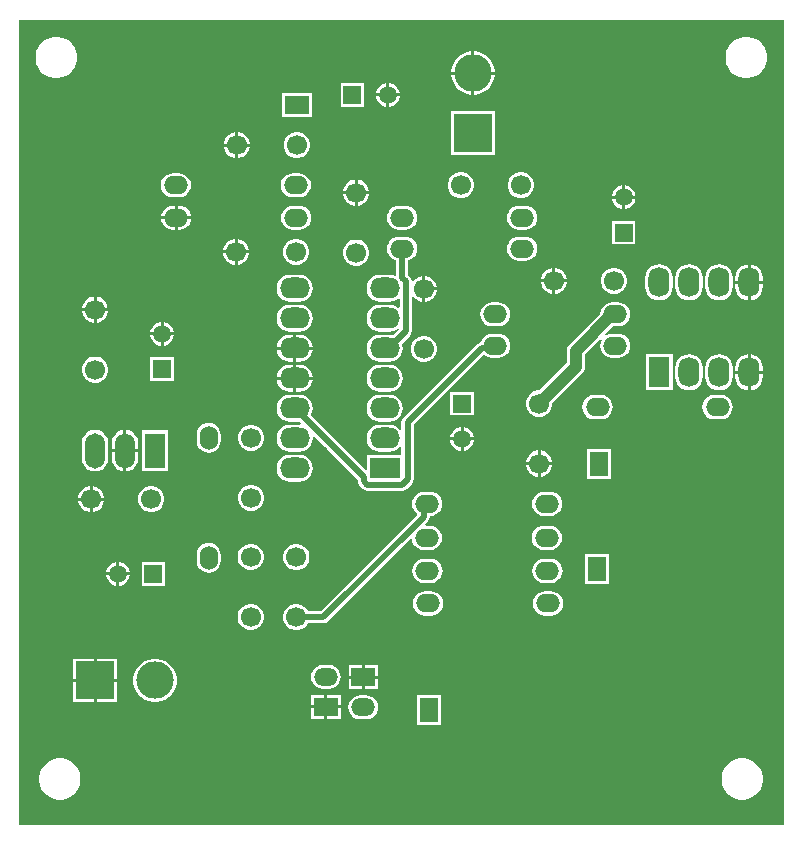
<source format=gbl>
G04*
G04 #@! TF.GenerationSoftware,Altium Limited,Altium Designer,22.3.1 (43)*
G04*
G04 Layer_Physical_Order=2*
G04 Layer_Color=16711680*
%FSLAX25Y25*%
%MOIN*%
G70*
G04*
G04 #@! TF.SameCoordinates,A2C1995B-5DD9-4A06-98F6-E9D1FCF5F817*
G04*
G04*
G04 #@! TF.FilePolarity,Positive*
G04*
G01*
G75*
%ADD34C,0.02000*%
%ADD35C,0.03937*%
%ADD36R,0.05906X0.07874*%
%ADD37O,0.07874X0.05906*%
%ADD38R,0.07874X0.05906*%
%ADD39R,0.05906X0.05906*%
%ADD40C,0.05906*%
%ADD41O,0.08000X0.06000*%
%ADD42C,0.06693*%
%ADD43C,0.12500*%
%ADD44R,0.12500X0.12500*%
%ADD45R,0.12500X0.12500*%
%ADD46R,0.05906X0.05906*%
%ADD47R,0.06693X0.11811*%
%ADD48O,0.06693X0.11811*%
%ADD49O,0.07000X0.10000*%
%ADD50R,0.07000X0.10000*%
%ADD51O,0.10000X0.07000*%
%ADD52R,0.10000X0.07000*%
%ADD53O,0.06000X0.08000*%
%ADD54C,0.03150*%
G36*
X350000Y174213D02*
X95079D01*
Y442500D01*
X350000D01*
Y174213D01*
D02*
G37*
%LPC*%
G36*
X247072Y432073D02*
X246858D01*
Y425323D01*
X253608D01*
Y425537D01*
X253330Y426938D01*
X252783Y428257D01*
X251990Y429444D01*
X250980Y430454D01*
X249792Y431248D01*
X248473Y431794D01*
X247072Y432073D01*
D02*
G37*
G36*
X245858D02*
X245644D01*
X244244Y431794D01*
X242924Y431248D01*
X241737Y430454D01*
X240727Y429444D01*
X239933Y428257D01*
X239387Y426938D01*
X239108Y425537D01*
Y425323D01*
X245858D01*
Y432073D01*
D02*
G37*
G36*
X338180Y436905D02*
X336820D01*
X335486Y436640D01*
X334229Y436120D01*
X333098Y435364D01*
X332136Y434402D01*
X331380Y433271D01*
X330860Y432014D01*
X330594Y430680D01*
Y429320D01*
X330860Y427986D01*
X331380Y426729D01*
X332136Y425598D01*
X333098Y424636D01*
X334229Y423880D01*
X335486Y423360D01*
X336820Y423095D01*
X338180D01*
X339514Y423360D01*
X340771Y423880D01*
X341902Y424636D01*
X342864Y425598D01*
X343620Y426729D01*
X344140Y427986D01*
X344406Y429320D01*
Y430680D01*
X344140Y432014D01*
X343620Y433271D01*
X342864Y434402D01*
X341902Y435364D01*
X340771Y436120D01*
X339514Y436640D01*
X338180Y436905D01*
D02*
G37*
G36*
X108180D02*
X106820D01*
X105486Y436640D01*
X104229Y436120D01*
X103098Y435364D01*
X102136Y434402D01*
X101380Y433271D01*
X100860Y432014D01*
X100594Y430680D01*
Y429320D01*
X100860Y427986D01*
X101380Y426729D01*
X102136Y425598D01*
X103098Y424636D01*
X104229Y423880D01*
X105486Y423360D01*
X106820Y423095D01*
X108180D01*
X109514Y423360D01*
X110771Y423880D01*
X111902Y424636D01*
X112864Y425598D01*
X113620Y426729D01*
X114140Y427986D01*
X114406Y429320D01*
Y430680D01*
X114140Y432014D01*
X113620Y433271D01*
X112864Y434402D01*
X111902Y435364D01*
X110771Y436120D01*
X109514Y436640D01*
X108180Y436905D01*
D02*
G37*
G36*
X218532Y421472D02*
X218512D01*
Y418020D01*
X221965D01*
Y418040D01*
X221695Y419045D01*
X221175Y419947D01*
X220439Y420683D01*
X219537Y421203D01*
X218532Y421472D01*
D02*
G37*
G36*
X217512D02*
X217491D01*
X216486Y421203D01*
X215585Y420683D01*
X214849Y419947D01*
X214328Y419045D01*
X214059Y418040D01*
Y418020D01*
X217512D01*
Y421472D01*
D02*
G37*
G36*
X253608Y424323D02*
X246858D01*
Y417573D01*
X247072D01*
X248473Y417851D01*
X249792Y418398D01*
X250980Y419191D01*
X251990Y420201D01*
X252783Y421389D01*
X253330Y422708D01*
X253608Y424109D01*
Y424323D01*
D02*
G37*
G36*
X245858D02*
X239108D01*
Y424109D01*
X239387Y422708D01*
X239933Y421389D01*
X240727Y420201D01*
X241737Y419191D01*
X242924Y418398D01*
X244244Y417851D01*
X245644Y417573D01*
X245858D01*
Y424323D01*
D02*
G37*
G36*
X221965Y417020D02*
X218512D01*
Y413567D01*
X218532D01*
X219537Y413836D01*
X220439Y414357D01*
X221175Y415093D01*
X221695Y415994D01*
X221965Y416999D01*
Y417020D01*
D02*
G37*
G36*
X217512D02*
X214059D01*
Y416999D01*
X214328Y415994D01*
X214849Y415093D01*
X215585Y414357D01*
X216486Y413836D01*
X217491Y413567D01*
X217512D01*
Y417020D01*
D02*
G37*
G36*
X210154Y421472D02*
X202248D01*
Y413567D01*
X210154D01*
Y421472D01*
D02*
G37*
G36*
X192634Y418027D02*
X182760D01*
Y410122D01*
X192634D01*
Y418027D01*
D02*
G37*
G36*
X168171Y405134D02*
X168098D01*
Y401287D01*
X171945D01*
Y401360D01*
X171649Y402465D01*
X171077Y403456D01*
X170267Y404265D01*
X169276Y404838D01*
X168171Y405134D01*
D02*
G37*
G36*
X167098D02*
X167026D01*
X165921Y404838D01*
X164930Y404265D01*
X164120Y403456D01*
X163548Y402465D01*
X163252Y401360D01*
Y401287D01*
X167098D01*
Y405134D01*
D02*
G37*
G36*
X253608Y412073D02*
X239108D01*
Y397573D01*
X253608D01*
Y412073D01*
D02*
G37*
G36*
X188171Y405134D02*
X187026D01*
X185921Y404838D01*
X184930Y404265D01*
X184120Y403456D01*
X183548Y402465D01*
X183252Y401360D01*
Y400215D01*
X183548Y399110D01*
X184120Y398119D01*
X184930Y397309D01*
X185921Y396737D01*
X187026Y396441D01*
X188171D01*
X189276Y396737D01*
X190267Y397309D01*
X191077Y398119D01*
X191649Y399110D01*
X191945Y400215D01*
Y401360D01*
X191649Y402465D01*
X191077Y403456D01*
X190267Y404265D01*
X189276Y404838D01*
X188171Y405134D01*
D02*
G37*
G36*
X171945Y400287D02*
X168098D01*
Y396441D01*
X168171D01*
X169276Y396737D01*
X170267Y397309D01*
X171077Y398119D01*
X171649Y399110D01*
X171945Y400215D01*
Y400287D01*
D02*
G37*
G36*
X167098D02*
X163252D01*
Y400215D01*
X163548Y399110D01*
X164120Y398119D01*
X164930Y397309D01*
X165921Y396737D01*
X167026Y396441D01*
X167098D01*
Y400287D01*
D02*
G37*
G36*
X208052Y389307D02*
X207980D01*
Y385461D01*
X211827D01*
Y385533D01*
X211531Y386638D01*
X210958Y387629D01*
X210149Y388439D01*
X209158Y389011D01*
X208052Y389307D01*
D02*
G37*
G36*
X206980D02*
X206908D01*
X205803Y389011D01*
X204812Y388439D01*
X204002Y387629D01*
X203430Y386638D01*
X203134Y385533D01*
Y385461D01*
X206980D01*
Y389307D01*
D02*
G37*
G36*
X297076Y387417D02*
X297055D01*
Y383965D01*
X300508D01*
Y383985D01*
X300238Y384990D01*
X299718Y385892D01*
X298982Y386628D01*
X298081Y387148D01*
X297076Y387417D01*
D02*
G37*
G36*
X296055D02*
X296035D01*
X295029Y387148D01*
X294128Y386628D01*
X293392Y385892D01*
X292872Y384990D01*
X292602Y383985D01*
Y383965D01*
X296055D01*
Y387417D01*
D02*
G37*
G36*
X188323Y391436D02*
X186323D01*
X185279Y391299D01*
X184306Y390896D01*
X183470Y390254D01*
X182829Y389419D01*
X182426Y388446D01*
X182288Y387402D01*
X182426Y386357D01*
X182829Y385384D01*
X183470Y384549D01*
X184306Y383908D01*
X185279Y383505D01*
X186323Y383367D01*
X188323D01*
X189367Y383505D01*
X190340Y383908D01*
X191176Y384549D01*
X191817Y385384D01*
X192220Y386357D01*
X192357Y387402D01*
X192220Y388446D01*
X191817Y389419D01*
X191176Y390254D01*
X190340Y390896D01*
X189367Y391299D01*
X188323Y391436D01*
D02*
G37*
G36*
X148323D02*
X146323D01*
X145279Y391299D01*
X144306Y390896D01*
X143470Y390254D01*
X142829Y389419D01*
X142426Y388446D01*
X142288Y387402D01*
X142426Y386357D01*
X142829Y385384D01*
X143470Y384549D01*
X144306Y383908D01*
X145279Y383505D01*
X146323Y383367D01*
X148323D01*
X149367Y383505D01*
X150340Y383908D01*
X151176Y384549D01*
X151817Y385384D01*
X152220Y386357D01*
X152357Y387402D01*
X152220Y388446D01*
X151817Y389419D01*
X151176Y390254D01*
X150340Y390896D01*
X149367Y391299D01*
X148323Y391436D01*
D02*
G37*
G36*
X262895Y391748D02*
X261751D01*
X260645Y391452D01*
X259654Y390880D01*
X258845Y390070D01*
X258273Y389079D01*
X257976Y387974D01*
Y386829D01*
X258273Y385724D01*
X258845Y384733D01*
X259654Y383924D01*
X260645Y383351D01*
X261751Y383055D01*
X262895D01*
X264001Y383351D01*
X264992Y383924D01*
X265801Y384733D01*
X266373Y385724D01*
X266669Y386829D01*
Y387974D01*
X266373Y389079D01*
X265801Y390070D01*
X264992Y390880D01*
X264001Y391452D01*
X262895Y391748D01*
D02*
G37*
G36*
X242895D02*
X241751D01*
X240645Y391452D01*
X239654Y390880D01*
X238845Y390070D01*
X238273Y389079D01*
X237976Y387974D01*
Y386829D01*
X238273Y385724D01*
X238845Y384733D01*
X239654Y383924D01*
X240645Y383351D01*
X241751Y383055D01*
X242895D01*
X244001Y383351D01*
X244992Y383924D01*
X245801Y384733D01*
X246373Y385724D01*
X246669Y386829D01*
Y387974D01*
X246373Y389079D01*
X245801Y390070D01*
X244992Y390880D01*
X244001Y391452D01*
X242895Y391748D01*
D02*
G37*
G36*
X211827Y384461D02*
X207980D01*
Y380614D01*
X208052D01*
X209158Y380910D01*
X210149Y381483D01*
X210958Y382292D01*
X211531Y383283D01*
X211827Y384388D01*
Y384461D01*
D02*
G37*
G36*
X206980D02*
X203134D01*
Y384388D01*
X203430Y383283D01*
X204002Y382292D01*
X204812Y381483D01*
X205803Y380910D01*
X206908Y380614D01*
X206980D01*
Y384461D01*
D02*
G37*
G36*
X300508Y382965D02*
X297055D01*
Y379512D01*
X297076D01*
X298081Y379781D01*
X298982Y380302D01*
X299718Y381037D01*
X300238Y381939D01*
X300508Y382944D01*
Y382965D01*
D02*
G37*
G36*
X296055D02*
X292602D01*
Y382944D01*
X292872Y381939D01*
X293392Y381037D01*
X294128Y380302D01*
X295029Y379781D01*
X296035Y379512D01*
X296055D01*
Y382965D01*
D02*
G37*
G36*
X148405Y380648D02*
X147905D01*
Y377114D01*
X152373D01*
X152302Y377658D01*
X151899Y378631D01*
X151257Y379466D01*
X150422Y380108D01*
X149449Y380511D01*
X148405Y380648D01*
D02*
G37*
G36*
X146905D02*
X146405D01*
X145360Y380511D01*
X144387Y380108D01*
X143552Y379466D01*
X142911Y378631D01*
X142508Y377658D01*
X142436Y377114D01*
X146905D01*
Y380648D01*
D02*
G37*
G36*
X188405D02*
X186405D01*
X185360Y380511D01*
X184387Y380108D01*
X183552Y379466D01*
X182911Y378631D01*
X182508Y377658D01*
X182370Y376614D01*
X182508Y375569D01*
X182911Y374596D01*
X183552Y373761D01*
X184387Y373120D01*
X185360Y372716D01*
X186405Y372579D01*
X188405D01*
X189449Y372716D01*
X190422Y373120D01*
X191257Y373761D01*
X191899Y374596D01*
X192302Y375569D01*
X192439Y376614D01*
X192302Y377658D01*
X191899Y378631D01*
X191257Y379466D01*
X190422Y380108D01*
X189449Y380511D01*
X188405Y380648D01*
D02*
G37*
G36*
X152373Y376114D02*
X147905D01*
Y372579D01*
X148405D01*
X149449Y372716D01*
X150422Y373120D01*
X151257Y373761D01*
X151899Y374596D01*
X152302Y375569D01*
X152373Y376114D01*
D02*
G37*
G36*
X146905D02*
X142436D01*
X142508Y375569D01*
X142911Y374596D01*
X143552Y373761D01*
X144387Y373120D01*
X145360Y372716D01*
X146405Y372579D01*
X146905D01*
Y376114D01*
D02*
G37*
G36*
X263717Y380609D02*
X261717D01*
X260672Y380472D01*
X259699Y380069D01*
X258864Y379428D01*
X258223Y378592D01*
X257820Y377619D01*
X257682Y376575D01*
X257820Y375531D01*
X258223Y374557D01*
X258864Y373722D01*
X259699Y373081D01*
X260672Y372678D01*
X261717Y372540D01*
X263717D01*
X264761Y372678D01*
X265734Y373081D01*
X266569Y373722D01*
X267211Y374557D01*
X267614Y375531D01*
X267751Y376575D01*
X267614Y377619D01*
X267211Y378592D01*
X266569Y379428D01*
X265734Y380069D01*
X264761Y380472D01*
X263717Y380609D01*
D02*
G37*
G36*
X223716D02*
X221716D01*
X220672Y380472D01*
X219699Y380069D01*
X218864Y379428D01*
X218222Y378592D01*
X217819Y377619D01*
X217682Y376575D01*
X217819Y375531D01*
X218222Y374557D01*
X218864Y373722D01*
X219699Y373081D01*
X220672Y372678D01*
X221716Y372540D01*
X223716D01*
X224761Y372678D01*
X225734Y373081D01*
X226569Y373722D01*
X227210Y374557D01*
X227614Y375531D01*
X227751Y376575D01*
X227614Y377619D01*
X227210Y378592D01*
X226569Y379428D01*
X225734Y380069D01*
X224761Y380472D01*
X223716Y380609D01*
D02*
G37*
G36*
X300508Y375606D02*
X292602D01*
Y367701D01*
X300508D01*
Y375606D01*
D02*
G37*
G36*
X167970Y369545D02*
X167898D01*
Y365698D01*
X171744D01*
Y365771D01*
X171448Y366876D01*
X170876Y367867D01*
X170067Y368676D01*
X169076Y369249D01*
X167970Y369545D01*
D02*
G37*
G36*
X166898D02*
X166826D01*
X165720Y369249D01*
X164729Y368676D01*
X163920Y367867D01*
X163348Y366876D01*
X163051Y365771D01*
Y365698D01*
X166898D01*
Y369545D01*
D02*
G37*
G36*
X263723Y370327D02*
X261723D01*
X260679Y370189D01*
X259706Y369786D01*
X258870Y369145D01*
X258229Y368310D01*
X257826Y367337D01*
X257689Y366292D01*
X257826Y365248D01*
X258229Y364275D01*
X258870Y363440D01*
X259706Y362798D01*
X260679Y362395D01*
X261723Y362258D01*
X263723D01*
X264767Y362395D01*
X265740Y362798D01*
X266576Y363440D01*
X267217Y364275D01*
X267620Y365248D01*
X267758Y366292D01*
X267620Y367337D01*
X267217Y368310D01*
X266576Y369145D01*
X265740Y369786D01*
X264767Y370189D01*
X263723Y370327D01*
D02*
G37*
G36*
X187970Y369545D02*
X186826D01*
X185720Y369249D01*
X184729Y368676D01*
X183920Y367867D01*
X183348Y366876D01*
X183051Y365771D01*
Y364626D01*
X183348Y363521D01*
X183920Y362530D01*
X184729Y361720D01*
X185720Y361148D01*
X186826Y360852D01*
X187970D01*
X189076Y361148D01*
X190067Y361720D01*
X190876Y362530D01*
X191448Y363521D01*
X191744Y364626D01*
Y365771D01*
X191448Y366876D01*
X190876Y367867D01*
X190067Y368676D01*
X189076Y369249D01*
X187970Y369545D01*
D02*
G37*
G36*
X171744Y364698D02*
X167898D01*
Y360852D01*
X167970D01*
X169076Y361148D01*
X170067Y361720D01*
X170876Y362530D01*
X171448Y363521D01*
X171744Y364626D01*
Y364698D01*
D02*
G37*
G36*
X166898D02*
X163051D01*
Y364626D01*
X163348Y363521D01*
X163920Y362530D01*
X164729Y361720D01*
X165720Y361148D01*
X166826Y360852D01*
X166898D01*
Y364698D01*
D02*
G37*
G36*
X208052Y369307D02*
X206908D01*
X205803Y369011D01*
X204812Y368439D01*
X204002Y367629D01*
X203430Y366638D01*
X203134Y365533D01*
Y364388D01*
X203430Y363283D01*
X204002Y362292D01*
X204812Y361483D01*
X205803Y360910D01*
X206908Y360614D01*
X208052D01*
X209158Y360910D01*
X210149Y361483D01*
X210958Y362292D01*
X211531Y363283D01*
X211827Y364388D01*
Y365533D01*
X211531Y366638D01*
X210958Y367629D01*
X210149Y368439D01*
X209158Y369011D01*
X208052Y369307D01*
D02*
G37*
G36*
X223723Y370327D02*
X221723D01*
X220679Y370189D01*
X219706Y369786D01*
X218870Y369145D01*
X218229Y368310D01*
X217826Y367337D01*
X217689Y366292D01*
X217826Y365248D01*
X218229Y364275D01*
X218870Y363440D01*
X219706Y362798D01*
X220679Y362395D01*
X220776Y362383D01*
Y357562D01*
X220276Y357227D01*
X219612Y357502D01*
X218438Y357657D01*
X215438D01*
X214263Y357502D01*
X213168Y357049D01*
X212228Y356328D01*
X211507Y355387D01*
X211053Y354293D01*
X210899Y353118D01*
X211053Y351943D01*
X211507Y350849D01*
X212228Y349909D01*
X213168Y349187D01*
X214263Y348734D01*
X215438Y348579D01*
X218438D01*
X219612Y348734D01*
X220707Y349187D01*
X221398Y349718D01*
X221898Y349471D01*
Y346765D01*
X221398Y346518D01*
X220707Y347049D01*
X219612Y347502D01*
X218438Y347657D01*
X215438D01*
X214263Y347502D01*
X213168Y347049D01*
X212228Y346328D01*
X211507Y345388D01*
X211053Y344293D01*
X210899Y343118D01*
X211053Y341943D01*
X211507Y340849D01*
X212228Y339909D01*
X213168Y339187D01*
X214263Y338734D01*
X215438Y338579D01*
X218438D01*
X219612Y338734D01*
X220707Y339187D01*
X221363Y339691D01*
X221694Y339314D01*
X219803Y337423D01*
X219612Y337502D01*
X218438Y337657D01*
X215438D01*
X214263Y337502D01*
X213168Y337049D01*
X212228Y336328D01*
X211507Y335387D01*
X211053Y334293D01*
X210899Y333118D01*
X211053Y331943D01*
X211507Y330849D01*
X212228Y329909D01*
X213168Y329187D01*
X214263Y328734D01*
X215438Y328579D01*
X218438D01*
X219612Y328734D01*
X220707Y329187D01*
X221647Y329909D01*
X222368Y330849D01*
X222822Y331943D01*
X222976Y333118D01*
X222822Y334293D01*
X222710Y334563D01*
X225379Y337232D01*
X225821Y337894D01*
X225977Y338674D01*
Y350061D01*
X226231Y350129D01*
X226477Y350152D01*
X227253Y349376D01*
X228244Y348804D01*
X229349Y348508D01*
X229421D01*
Y352854D01*
Y357201D01*
X229349D01*
X228244Y356905D01*
X227253Y356332D01*
X226458Y355538D01*
X226374Y355538D01*
X225930Y355633D01*
X225821Y356177D01*
X225379Y356838D01*
X225379Y356838D01*
X224854Y357364D01*
Y362431D01*
X225740Y362798D01*
X226576Y363440D01*
X227217Y364275D01*
X227620Y365248D01*
X227758Y366292D01*
X227620Y367337D01*
X227217Y368310D01*
X226576Y369145D01*
X225740Y369786D01*
X224767Y370189D01*
X223723Y370327D01*
D02*
G37*
G36*
X273899Y359957D02*
X273827D01*
Y356110D01*
X277673D01*
Y356183D01*
X277377Y357288D01*
X276805Y358279D01*
X275996Y359088D01*
X275004Y359661D01*
X273899Y359957D01*
D02*
G37*
G36*
X272827D02*
X272755D01*
X271649Y359661D01*
X270658Y359088D01*
X269849Y358279D01*
X269276Y357288D01*
X268980Y356183D01*
Y356110D01*
X272827D01*
Y359957D01*
D02*
G37*
G36*
X338906Y361071D02*
Y355598D01*
X342944D01*
Y356598D01*
X342790Y357773D01*
X342336Y358868D01*
X341615Y359808D01*
X340675Y360529D01*
X339580Y360983D01*
X338906Y361071D01*
D02*
G37*
G36*
X337906Y361071D02*
X337231Y360983D01*
X336136Y360529D01*
X335196Y359808D01*
X334475Y358868D01*
X334021Y357773D01*
X333867Y356598D01*
Y355598D01*
X337906D01*
Y361071D01*
D02*
G37*
G36*
X230493Y357201D02*
X230421D01*
Y353354D01*
X234268D01*
Y353427D01*
X233972Y354532D01*
X233399Y355523D01*
X232590Y356332D01*
X231599Y356905D01*
X230493Y357201D01*
D02*
G37*
G36*
X293899Y359957D02*
X292755D01*
X291649Y359661D01*
X290658Y359088D01*
X289849Y358279D01*
X289277Y357288D01*
X288980Y356183D01*
Y355038D01*
X289277Y353933D01*
X289849Y352941D01*
X290658Y352132D01*
X291649Y351560D01*
X292755Y351264D01*
X293899D01*
X295004Y351560D01*
X295996Y352132D01*
X296805Y352941D01*
X297377Y353933D01*
X297673Y355038D01*
Y356183D01*
X297377Y357288D01*
X296805Y358279D01*
X295996Y359088D01*
X295004Y359661D01*
X293899Y359957D01*
D02*
G37*
G36*
X277673Y355110D02*
X273827D01*
Y351264D01*
X273899D01*
X275004Y351560D01*
X275996Y352132D01*
X276805Y352941D01*
X277377Y353933D01*
X277673Y355038D01*
Y355110D01*
D02*
G37*
G36*
X272827D02*
X268980D01*
Y355038D01*
X269276Y353933D01*
X269849Y352941D01*
X270658Y352132D01*
X271649Y351560D01*
X272755Y351264D01*
X272827D01*
Y355110D01*
D02*
G37*
G36*
X342944Y354598D02*
X338906D01*
Y349125D01*
X339580Y349214D01*
X340675Y349668D01*
X341615Y350389D01*
X342336Y351329D01*
X342790Y352424D01*
X342944Y353598D01*
Y354598D01*
D02*
G37*
G36*
X337906D02*
X333867D01*
Y353598D01*
X334021Y352424D01*
X334475Y351329D01*
X335196Y350389D01*
X336136Y349668D01*
X337231Y349214D01*
X337906Y349125D01*
Y354598D01*
D02*
G37*
G36*
X328405Y361137D02*
X327231Y360983D01*
X326136Y360529D01*
X325196Y359808D01*
X324475Y358868D01*
X324021Y357773D01*
X323867Y356598D01*
Y353598D01*
X324021Y352424D01*
X324475Y351329D01*
X325196Y350389D01*
X326136Y349668D01*
X327231Y349214D01*
X328405Y349060D01*
X329580Y349214D01*
X330675Y349668D01*
X331615Y350389D01*
X332336Y351329D01*
X332790Y352424D01*
X332944Y353598D01*
Y356598D01*
X332790Y357773D01*
X332336Y358868D01*
X331615Y359808D01*
X330675Y360529D01*
X329580Y360983D01*
X328405Y361137D01*
D02*
G37*
G36*
X318406D02*
X317231Y360983D01*
X316136Y360529D01*
X315196Y359808D01*
X314475Y358868D01*
X314021Y357773D01*
X313867Y356598D01*
Y353598D01*
X314021Y352424D01*
X314475Y351329D01*
X315196Y350389D01*
X316136Y349668D01*
X317231Y349214D01*
X318406Y349060D01*
X319580Y349214D01*
X320675Y349668D01*
X321615Y350389D01*
X322336Y351329D01*
X322790Y352424D01*
X322944Y353598D01*
Y356598D01*
X322790Y357773D01*
X322336Y358868D01*
X321615Y359808D01*
X320675Y360529D01*
X319580Y360983D01*
X318406Y361137D01*
D02*
G37*
G36*
X308405D02*
X307231Y360983D01*
X306136Y360529D01*
X305196Y359808D01*
X304475Y358868D01*
X304021Y357773D01*
X303867Y356598D01*
Y353598D01*
X304021Y352424D01*
X304475Y351329D01*
X305196Y350389D01*
X306136Y349668D01*
X307231Y349214D01*
X308405Y349060D01*
X309580Y349214D01*
X310675Y349668D01*
X311615Y350389D01*
X312336Y351329D01*
X312790Y352424D01*
X312944Y353598D01*
Y356598D01*
X312790Y357773D01*
X312336Y358868D01*
X311615Y359808D01*
X310675Y360529D01*
X309580Y360983D01*
X308405Y361137D01*
D02*
G37*
G36*
X188438Y357657D02*
X185438D01*
X184263Y357502D01*
X183168Y357049D01*
X182228Y356328D01*
X181507Y355387D01*
X181053Y354293D01*
X180899Y353118D01*
X181053Y351943D01*
X181507Y350849D01*
X182228Y349909D01*
X183168Y349187D01*
X184263Y348734D01*
X185438Y348579D01*
X188438D01*
X189612Y348734D01*
X190707Y349187D01*
X191647Y349909D01*
X192368Y350849D01*
X192822Y351943D01*
X192976Y353118D01*
X192822Y354293D01*
X192368Y355387D01*
X191647Y356328D01*
X190707Y357049D01*
X189612Y357502D01*
X188438Y357657D01*
D02*
G37*
G36*
X234268Y352354D02*
X230421D01*
Y348508D01*
X230493D01*
X231599Y348804D01*
X232590Y349376D01*
X233399Y350185D01*
X233972Y351177D01*
X234268Y352282D01*
Y352354D01*
D02*
G37*
G36*
X121045Y350311D02*
X120972D01*
Y346465D01*
X124819D01*
Y346537D01*
X124523Y347642D01*
X123951Y348633D01*
X123141Y349443D01*
X122150Y350015D01*
X121045Y350311D01*
D02*
G37*
G36*
X119972D02*
X119900D01*
X118795Y350015D01*
X117804Y349443D01*
X116994Y348633D01*
X116422Y347642D01*
X116126Y346537D01*
Y346465D01*
X119972D01*
Y350311D01*
D02*
G37*
G36*
X124819Y345465D02*
X120972D01*
Y341618D01*
X121045D01*
X122150Y341914D01*
X123141Y342487D01*
X123951Y343296D01*
X124523Y344287D01*
X124819Y345392D01*
Y345465D01*
D02*
G37*
G36*
X119972D02*
X116126D01*
Y345392D01*
X116422Y344287D01*
X116994Y343296D01*
X117804Y342487D01*
X118795Y341914D01*
X119900Y341618D01*
X119972D01*
Y345465D01*
D02*
G37*
G36*
X254819Y348424D02*
X252819D01*
X251775Y348287D01*
X250802Y347884D01*
X249966Y347243D01*
X249325Y346407D01*
X248922Y345434D01*
X248784Y344390D01*
X248922Y343346D01*
X249325Y342372D01*
X249966Y341537D01*
X250802Y340896D01*
X251775Y340493D01*
X252819Y340355D01*
X254819D01*
X255863Y340493D01*
X256836Y340896D01*
X257672Y341537D01*
X258313Y342372D01*
X258716Y343346D01*
X258853Y344390D01*
X258716Y345434D01*
X258313Y346407D01*
X257672Y347243D01*
X256836Y347884D01*
X255863Y348287D01*
X254819Y348424D01*
D02*
G37*
G36*
X188438Y347657D02*
X185438D01*
X184263Y347502D01*
X183168Y347049D01*
X182228Y346328D01*
X181507Y345388D01*
X181053Y344293D01*
X180899Y343118D01*
X181053Y341943D01*
X181507Y340849D01*
X182228Y339909D01*
X183168Y339187D01*
X184263Y338734D01*
X185438Y338579D01*
X188438D01*
X189612Y338734D01*
X190707Y339187D01*
X191647Y339909D01*
X192368Y340849D01*
X192822Y341943D01*
X192976Y343118D01*
X192822Y344293D01*
X192368Y345388D01*
X191647Y346328D01*
X190707Y347049D01*
X189612Y347502D01*
X188438Y347657D01*
D02*
G37*
G36*
X143237Y341846D02*
X143217D01*
Y338394D01*
X146669D01*
Y338414D01*
X146400Y339419D01*
X145879Y340321D01*
X145144Y341057D01*
X144242Y341577D01*
X143237Y341846D01*
D02*
G37*
G36*
X142217D02*
X142196D01*
X141191Y341577D01*
X140289Y341057D01*
X139553Y340321D01*
X139033Y339419D01*
X138764Y338414D01*
Y338394D01*
X142217D01*
Y341846D01*
D02*
G37*
G36*
X146669Y337394D02*
X143217D01*
Y333941D01*
X143237D01*
X144242Y334210D01*
X145144Y334731D01*
X145879Y335467D01*
X146400Y336368D01*
X146669Y337373D01*
Y337394D01*
D02*
G37*
G36*
X142217D02*
X138764D01*
Y337373D01*
X139033Y336368D01*
X139553Y335467D01*
X140289Y334731D01*
X141191Y334210D01*
X142196Y333941D01*
X142217D01*
Y337394D01*
D02*
G37*
G36*
X188438Y337657D02*
X187438D01*
Y333618D01*
X192911D01*
X192822Y334293D01*
X192368Y335387D01*
X191647Y336328D01*
X190707Y337049D01*
X189612Y337502D01*
X188438Y337657D01*
D02*
G37*
G36*
X186438D02*
X185438D01*
X184263Y337502D01*
X183168Y337049D01*
X182228Y336328D01*
X181507Y335387D01*
X181053Y334293D01*
X180965Y333618D01*
X186438D01*
Y337657D01*
D02*
G37*
G36*
X294819Y348424D02*
X292819D01*
X291775Y348287D01*
X290802Y347884D01*
X289966Y347243D01*
X289325Y346407D01*
X288922Y345434D01*
X288815Y344620D01*
X278561Y334366D01*
X278085Y333746D01*
X277786Y333024D01*
X277684Y332249D01*
Y328179D01*
X268518Y319012D01*
X267833D01*
X266728Y318716D01*
X265737Y318143D01*
X264928Y317334D01*
X264355Y316343D01*
X264059Y315238D01*
Y314093D01*
X264355Y312988D01*
X264928Y311997D01*
X265737Y311187D01*
X266728Y310615D01*
X267833Y310319D01*
X268978D01*
X270083Y310615D01*
X271074Y311187D01*
X271884Y311997D01*
X272456Y312988D01*
X272752Y314093D01*
Y314777D01*
X282796Y324821D01*
X283272Y325441D01*
X283571Y326163D01*
X283673Y326938D01*
Y331009D01*
X288923Y336260D01*
X289325Y335974D01*
X288922Y335001D01*
X288784Y333957D01*
X288922Y332912D01*
X289325Y331939D01*
X289966Y331104D01*
X290802Y330463D01*
X291775Y330060D01*
X292819Y329922D01*
X294819D01*
X295863Y330060D01*
X296836Y330463D01*
X297672Y331104D01*
X298313Y331939D01*
X298716Y332912D01*
X298853Y333957D01*
X298716Y335001D01*
X298313Y335974D01*
X297672Y336809D01*
X296836Y337451D01*
X295863Y337854D01*
X294819Y337991D01*
X292819D01*
X291775Y337854D01*
X290802Y337451D01*
X290516Y337852D01*
X293019Y340355D01*
X294819D01*
X295863Y340493D01*
X296836Y340896D01*
X297672Y341537D01*
X298313Y342372D01*
X298716Y343346D01*
X298853Y344390D01*
X298716Y345434D01*
X298313Y346407D01*
X297672Y347243D01*
X296836Y347884D01*
X295863Y348287D01*
X294819Y348424D01*
D02*
G37*
G36*
X254819Y337991D02*
X252819D01*
X251775Y337854D01*
X250802Y337451D01*
X249966Y336809D01*
X249325Y335974D01*
X248989Y335162D01*
X248553Y335075D01*
X247891Y334633D01*
X247891Y334633D01*
X223133Y309875D01*
X222691Y309213D01*
X222536Y308433D01*
Y305991D01*
X222036Y305821D01*
X221647Y306328D01*
X220707Y307049D01*
X219612Y307502D01*
X218438Y307657D01*
X215438D01*
X214263Y307502D01*
X213168Y307049D01*
X212228Y306328D01*
X211507Y305387D01*
X211053Y304293D01*
X210899Y303118D01*
X211053Y301943D01*
X211507Y300849D01*
X212228Y299909D01*
X213168Y299187D01*
X214263Y298734D01*
X215438Y298579D01*
X218438D01*
X219612Y298734D01*
X220707Y299187D01*
X221647Y299909D01*
X222036Y300415D01*
X222536Y300245D01*
Y297618D01*
X210938D01*
Y292655D01*
X210476Y292464D01*
X192248Y310692D01*
X192368Y310849D01*
X192822Y311943D01*
X192976Y313118D01*
X192822Y314293D01*
X192368Y315388D01*
X191647Y316328D01*
X190707Y317049D01*
X189612Y317502D01*
X188438Y317657D01*
X185438D01*
X184263Y317502D01*
X183168Y317049D01*
X182228Y316328D01*
X181507Y315388D01*
X181053Y314293D01*
X180899Y313118D01*
X181053Y311943D01*
X181507Y310849D01*
X182228Y309909D01*
X183168Y309187D01*
X184263Y308734D01*
X185438Y308579D01*
X188438D01*
X188656Y308608D01*
X188842Y308330D01*
X189097Y308074D01*
X188864Y307601D01*
X188438Y307657D01*
X185438D01*
X184263Y307502D01*
X183168Y307049D01*
X182228Y306328D01*
X181507Y305387D01*
X181053Y304293D01*
X180899Y303118D01*
X181053Y301943D01*
X181507Y300849D01*
X182228Y299909D01*
X183168Y299187D01*
X184263Y298734D01*
X185438Y298579D01*
X188438D01*
X189612Y298734D01*
X190707Y299187D01*
X191647Y299909D01*
X192368Y300849D01*
X192822Y301943D01*
X192976Y303118D01*
X192920Y303544D01*
X193394Y303778D01*
X207898Y289274D01*
Y288790D01*
X208054Y288009D01*
X208496Y287348D01*
X209667Y286176D01*
X209667Y286176D01*
X210329Y285734D01*
X211109Y285579D01*
X222766D01*
X223546Y285734D01*
X224208Y286176D01*
X226017Y287985D01*
X226459Y288647D01*
X226614Y289427D01*
Y307588D01*
X250059Y331033D01*
X250802Y330463D01*
X251775Y330060D01*
X252819Y329922D01*
X254819D01*
X255863Y330060D01*
X256836Y330463D01*
X257672Y331104D01*
X258313Y331939D01*
X258716Y332912D01*
X258853Y333957D01*
X258716Y335001D01*
X258313Y335974D01*
X257672Y336809D01*
X256836Y337451D01*
X255863Y337854D01*
X254819Y337991D01*
D02*
G37*
G36*
X192911Y332618D02*
X187438D01*
Y328579D01*
X188438D01*
X189612Y328734D01*
X190707Y329187D01*
X191647Y329909D01*
X192368Y330849D01*
X192822Y331943D01*
X192911Y332618D01*
D02*
G37*
G36*
X186438D02*
X180965D01*
X181053Y331943D01*
X181507Y330849D01*
X182228Y329909D01*
X183168Y329187D01*
X184263Y328734D01*
X185438Y328579D01*
X186438D01*
Y332618D01*
D02*
G37*
G36*
X230493Y337201D02*
X229349D01*
X228244Y336905D01*
X227253Y336332D01*
X226443Y335523D01*
X225871Y334532D01*
X225575Y333426D01*
Y332282D01*
X225871Y331177D01*
X226443Y330186D01*
X227253Y329376D01*
X228244Y328804D01*
X229349Y328508D01*
X230493D01*
X231599Y328804D01*
X232590Y329376D01*
X233399Y330186D01*
X233972Y331177D01*
X234268Y332282D01*
Y333426D01*
X233972Y334532D01*
X233399Y335523D01*
X232590Y336332D01*
X231599Y336905D01*
X230493Y337201D01*
D02*
G37*
G36*
X338906Y331071D02*
Y325598D01*
X342944D01*
Y326598D01*
X342790Y327773D01*
X342336Y328868D01*
X341615Y329808D01*
X340675Y330529D01*
X339580Y330983D01*
X338906Y331071D01*
D02*
G37*
G36*
X337906Y331071D02*
X337231Y330983D01*
X336136Y330529D01*
X335196Y329808D01*
X334475Y328868D01*
X334021Y327773D01*
X333867Y326598D01*
Y325598D01*
X337906D01*
Y331071D01*
D02*
G37*
G36*
X188438Y327657D02*
X187438D01*
Y323618D01*
X192911D01*
X192822Y324293D01*
X192368Y325388D01*
X191647Y326328D01*
X190707Y327049D01*
X189612Y327502D01*
X188438Y327657D01*
D02*
G37*
G36*
X186438D02*
X185438D01*
X184263Y327502D01*
X183168Y327049D01*
X182228Y326328D01*
X181507Y325388D01*
X181053Y324293D01*
X180965Y323618D01*
X186438D01*
Y327657D01*
D02*
G37*
G36*
X146669Y330035D02*
X138764D01*
Y322130D01*
X146669D01*
Y330035D01*
D02*
G37*
G36*
X121045Y330311D02*
X119900D01*
X118795Y330015D01*
X117804Y329443D01*
X116994Y328633D01*
X116422Y327642D01*
X116126Y326537D01*
Y325392D01*
X116422Y324287D01*
X116994Y323296D01*
X117804Y322486D01*
X118795Y321914D01*
X119900Y321618D01*
X121045D01*
X122150Y321914D01*
X123141Y322486D01*
X123951Y323296D01*
X124523Y324287D01*
X124819Y325392D01*
Y326537D01*
X124523Y327642D01*
X123951Y328633D01*
X123141Y329443D01*
X122150Y330015D01*
X121045Y330311D01*
D02*
G37*
G36*
X342944Y324598D02*
X338906D01*
Y319125D01*
X339580Y319214D01*
X340675Y319668D01*
X341615Y320389D01*
X342336Y321329D01*
X342790Y322424D01*
X342944Y323598D01*
Y324598D01*
D02*
G37*
G36*
X337906D02*
X333867D01*
Y323598D01*
X334021Y322424D01*
X334475Y321329D01*
X335196Y320389D01*
X336136Y319668D01*
X337231Y319214D01*
X337906Y319125D01*
Y324598D01*
D02*
G37*
G36*
X312906Y331098D02*
X303906D01*
Y319098D01*
X312906D01*
Y331098D01*
D02*
G37*
G36*
X328405Y331137D02*
X327231Y330983D01*
X326136Y330529D01*
X325196Y329808D01*
X324475Y328868D01*
X324021Y327773D01*
X323867Y326598D01*
Y323598D01*
X324021Y322424D01*
X324475Y321329D01*
X325196Y320389D01*
X326136Y319668D01*
X327231Y319214D01*
X328405Y319060D01*
X329580Y319214D01*
X330675Y319668D01*
X331615Y320389D01*
X332336Y321329D01*
X332790Y322424D01*
X332944Y323598D01*
Y326598D01*
X332790Y327773D01*
X332336Y328868D01*
X331615Y329808D01*
X330675Y330529D01*
X329580Y330983D01*
X328405Y331137D01*
D02*
G37*
G36*
X318406D02*
X317231Y330983D01*
X316136Y330529D01*
X315196Y329808D01*
X314475Y328868D01*
X314021Y327773D01*
X313867Y326598D01*
Y323598D01*
X314021Y322424D01*
X314475Y321329D01*
X315196Y320389D01*
X316136Y319668D01*
X317231Y319214D01*
X318406Y319060D01*
X319580Y319214D01*
X320675Y319668D01*
X321615Y320389D01*
X322336Y321329D01*
X322790Y322424D01*
X322944Y323598D01*
Y326598D01*
X322790Y327773D01*
X322336Y328868D01*
X321615Y329808D01*
X320675Y330529D01*
X319580Y330983D01*
X318406Y331137D01*
D02*
G37*
G36*
X218438Y327657D02*
X215438D01*
X214263Y327502D01*
X213168Y327049D01*
X212228Y326328D01*
X211507Y325388D01*
X211053Y324293D01*
X210899Y323118D01*
X211053Y321943D01*
X211507Y320849D01*
X212228Y319909D01*
X213168Y319187D01*
X214263Y318734D01*
X215438Y318579D01*
X218438D01*
X219612Y318734D01*
X220707Y319187D01*
X221647Y319909D01*
X222368Y320849D01*
X222822Y321943D01*
X222976Y323118D01*
X222822Y324293D01*
X222368Y325388D01*
X221647Y326328D01*
X220707Y327049D01*
X219612Y327502D01*
X218438Y327657D01*
D02*
G37*
G36*
X192911Y322618D02*
X187438D01*
Y318579D01*
X188438D01*
X189612Y318734D01*
X190707Y319187D01*
X191647Y319909D01*
X192368Y320849D01*
X192822Y321943D01*
X192911Y322618D01*
D02*
G37*
G36*
X186438D02*
X180965D01*
X181053Y321943D01*
X181507Y320849D01*
X182228Y319909D01*
X183168Y319187D01*
X184263Y318734D01*
X185438Y318579D01*
X186438D01*
Y322618D01*
D02*
G37*
G36*
X246669Y318618D02*
X238764D01*
Y310713D01*
X246669D01*
Y318618D01*
D02*
G37*
G36*
X328874Y317519D02*
X326874D01*
X325830Y317381D01*
X324857Y316978D01*
X324021Y316337D01*
X323380Y315501D01*
X322977Y314528D01*
X322839Y313484D01*
X322977Y312440D01*
X323380Y311467D01*
X324021Y310631D01*
X324857Y309990D01*
X325830Y309587D01*
X326874Y309450D01*
X328874D01*
X329918Y309587D01*
X330891Y309990D01*
X331727Y310631D01*
X332368Y311467D01*
X332771Y312440D01*
X332909Y313484D01*
X332771Y314528D01*
X332368Y315501D01*
X331727Y316337D01*
X330891Y316978D01*
X329918Y317381D01*
X328874Y317519D01*
D02*
G37*
G36*
X288874D02*
X286874D01*
X285830Y317381D01*
X284857Y316978D01*
X284021Y316337D01*
X283380Y315501D01*
X282977Y314528D01*
X282839Y313484D01*
X282977Y312440D01*
X283380Y311467D01*
X284021Y310631D01*
X284857Y309990D01*
X285830Y309587D01*
X286874Y309450D01*
X288874D01*
X289918Y309587D01*
X290891Y309990D01*
X291727Y310631D01*
X292368Y311467D01*
X292771Y312440D01*
X292909Y313484D01*
X292771Y314528D01*
X292368Y315501D01*
X291727Y316337D01*
X290891Y316978D01*
X289918Y317381D01*
X288874Y317519D01*
D02*
G37*
G36*
X218438Y317657D02*
X215438D01*
X214263Y317502D01*
X213168Y317049D01*
X212228Y316328D01*
X211507Y315388D01*
X211053Y314293D01*
X210899Y313118D01*
X211053Y311943D01*
X211507Y310849D01*
X212228Y309909D01*
X213168Y309187D01*
X214263Y308734D01*
X215438Y308579D01*
X218438D01*
X219612Y308734D01*
X220707Y309187D01*
X221647Y309909D01*
X222368Y310849D01*
X222822Y311943D01*
X222976Y313118D01*
X222822Y314293D01*
X222368Y315388D01*
X221647Y316328D01*
X220707Y317049D01*
X219612Y317502D01*
X218438Y317657D01*
D02*
G37*
G36*
X243237Y306807D02*
X243217D01*
Y303354D01*
X246669D01*
Y303375D01*
X246400Y304380D01*
X245880Y305281D01*
X245144Y306017D01*
X244242Y306538D01*
X243237Y306807D01*
D02*
G37*
G36*
X242217D02*
X242196D01*
X241191Y306538D01*
X240289Y306017D01*
X239553Y305281D01*
X239033Y304380D01*
X238764Y303375D01*
Y303354D01*
X242217D01*
Y306807D01*
D02*
G37*
G36*
X130847Y305865D02*
Y299488D01*
X134730D01*
Y301547D01*
X134581Y302682D01*
X134143Y303739D01*
X133446Y304647D01*
X132538Y305344D01*
X131481Y305782D01*
X130847Y305865D01*
D02*
G37*
G36*
X129847D02*
X129212Y305782D01*
X128155Y305344D01*
X127246Y304647D01*
X126550Y303739D01*
X126112Y302682D01*
X125962Y301547D01*
Y299488D01*
X129847D01*
Y305865D01*
D02*
G37*
G36*
X246669Y302354D02*
X243217D01*
Y298902D01*
X243237D01*
X244242Y299171D01*
X245144Y299691D01*
X245880Y300427D01*
X246400Y301329D01*
X246669Y302334D01*
Y302354D01*
D02*
G37*
G36*
X242217D02*
X238764D01*
Y302334D01*
X239033Y301329D01*
X239553Y300427D01*
X240289Y299691D01*
X241191Y299171D01*
X242196Y298902D01*
X242217D01*
Y302354D01*
D02*
G37*
G36*
X173013Y307594D02*
X171869D01*
X170763Y307298D01*
X169772Y306726D01*
X168963Y305917D01*
X168391Y304926D01*
X168095Y303820D01*
Y302676D01*
X168391Y301570D01*
X168963Y300579D01*
X169772Y299770D01*
X170763Y299198D01*
X171869Y298902D01*
X173013D01*
X174119Y299198D01*
X175110Y299770D01*
X175919Y300579D01*
X176491Y301570D01*
X176787Y302676D01*
Y303820D01*
X176491Y304926D01*
X175919Y305917D01*
X175110Y306726D01*
X174119Y307298D01*
X173013Y307594D01*
D02*
G37*
G36*
X158268Y308302D02*
X157223Y308165D01*
X156251Y307762D01*
X155415Y307121D01*
X154774Y306285D01*
X154371Y305312D01*
X154233Y304268D01*
Y302268D01*
X154371Y301223D01*
X154774Y300251D01*
X155415Y299415D01*
X156251Y298774D01*
X157223Y298371D01*
X158268Y298233D01*
X159312Y298371D01*
X160285Y298774D01*
X161121Y299415D01*
X161762Y300251D01*
X162165Y301223D01*
X162302Y302268D01*
Y304268D01*
X162165Y305312D01*
X161762Y306285D01*
X161121Y307121D01*
X160285Y307762D01*
X159312Y308165D01*
X158268Y308302D01*
D02*
G37*
G36*
X268978Y299012D02*
X268905D01*
Y295165D01*
X272752D01*
Y295238D01*
X272456Y296343D01*
X271884Y297334D01*
X271074Y298143D01*
X270083Y298716D01*
X268978Y299012D01*
D02*
G37*
G36*
X267905D02*
X267833D01*
X266728Y298716D01*
X265737Y298143D01*
X264928Y297334D01*
X264355Y296343D01*
X264059Y295238D01*
Y295165D01*
X267905D01*
Y299012D01*
D02*
G37*
G36*
X134730Y298488D02*
X130847D01*
Y292111D01*
X131481Y292195D01*
X132538Y292633D01*
X133446Y293329D01*
X134143Y294237D01*
X134581Y295294D01*
X134730Y296429D01*
Y298488D01*
D02*
G37*
G36*
X129847D02*
X125962D01*
Y296429D01*
X126112Y295294D01*
X126550Y294237D01*
X127246Y293329D01*
X128155Y292633D01*
X129212Y292195D01*
X129847Y292111D01*
Y298488D01*
D02*
G37*
G36*
X144693Y305894D02*
X136000D01*
Y292083D01*
X144693D01*
Y305894D01*
D02*
G37*
G36*
X120346Y305931D02*
X119212Y305782D01*
X118155Y305344D01*
X117246Y304647D01*
X116550Y303739D01*
X116112Y302682D01*
X115963Y301547D01*
Y296429D01*
X116112Y295294D01*
X116550Y294237D01*
X117246Y293329D01*
X118155Y292633D01*
X119212Y292195D01*
X120346Y292045D01*
X121481Y292195D01*
X122538Y292633D01*
X123446Y293329D01*
X124143Y294237D01*
X124581Y295294D01*
X124730Y296429D01*
Y301547D01*
X124581Y302682D01*
X124143Y303739D01*
X123446Y304647D01*
X122538Y305344D01*
X121481Y305782D01*
X120346Y305931D01*
D02*
G37*
G36*
X272752Y294165D02*
X268905D01*
Y290319D01*
X268978D01*
X270083Y290615D01*
X271074Y291187D01*
X271884Y291997D01*
X272456Y292988D01*
X272752Y294093D01*
Y294165D01*
D02*
G37*
G36*
X267905D02*
X264059D01*
Y294093D01*
X264355Y292988D01*
X264928Y291997D01*
X265737Y291187D01*
X266728Y290615D01*
X267833Y290319D01*
X267905D01*
Y294165D01*
D02*
G37*
G36*
X292240Y299524D02*
X284335D01*
Y289650D01*
X292240D01*
Y299524D01*
D02*
G37*
G36*
X188438Y297657D02*
X185438D01*
X184263Y297502D01*
X183168Y297049D01*
X182228Y296328D01*
X181507Y295388D01*
X181053Y294293D01*
X180899Y293118D01*
X181053Y291943D01*
X181507Y290849D01*
X182228Y289909D01*
X183168Y289187D01*
X184263Y288734D01*
X185438Y288579D01*
X188438D01*
X189612Y288734D01*
X190707Y289187D01*
X191647Y289909D01*
X192368Y290849D01*
X192822Y291943D01*
X192976Y293118D01*
X192822Y294293D01*
X192368Y295388D01*
X191647Y296328D01*
X190707Y297049D01*
X189612Y297502D01*
X188438Y297657D01*
D02*
G37*
G36*
X119691Y287111D02*
X119618D01*
Y283265D01*
X123465D01*
Y283337D01*
X123169Y284442D01*
X122597Y285434D01*
X121787Y286243D01*
X120796Y286815D01*
X119691Y287111D01*
D02*
G37*
G36*
X118619D02*
X118546D01*
X117441Y286815D01*
X116450Y286243D01*
X115640Y285434D01*
X115068Y284442D01*
X114772Y283337D01*
Y283265D01*
X118619D01*
Y287111D01*
D02*
G37*
G36*
X173013Y287595D02*
X171869D01*
X170763Y287298D01*
X169772Y286726D01*
X168963Y285917D01*
X168391Y284926D01*
X168095Y283820D01*
Y282676D01*
X168391Y281570D01*
X168963Y280579D01*
X169772Y279770D01*
X170763Y279198D01*
X171869Y278902D01*
X173013D01*
X174119Y279198D01*
X175110Y279770D01*
X175919Y280579D01*
X176491Y281570D01*
X176787Y282676D01*
Y283820D01*
X176491Y284926D01*
X175919Y285917D01*
X175110Y286726D01*
X174119Y287298D01*
X173013Y287595D01*
D02*
G37*
G36*
X139691Y287111D02*
X138546D01*
X137441Y286815D01*
X136450Y286243D01*
X135641Y285434D01*
X135068Y284442D01*
X134772Y283337D01*
Y282193D01*
X135068Y281087D01*
X135641Y280096D01*
X136450Y279287D01*
X137441Y278715D01*
X138546Y278418D01*
X139691D01*
X140796Y278715D01*
X141787Y279287D01*
X142596Y280096D01*
X143169Y281087D01*
X143465Y282193D01*
Y283337D01*
X143169Y284442D01*
X142596Y285434D01*
X141787Y286243D01*
X140796Y286815D01*
X139691Y287111D01*
D02*
G37*
G36*
X123465Y282265D02*
X119618D01*
Y278418D01*
X119691D01*
X120796Y278715D01*
X121787Y279287D01*
X122597Y280096D01*
X123169Y281087D01*
X123465Y282193D01*
Y282265D01*
D02*
G37*
G36*
X118619D02*
X114772D01*
Y282193D01*
X115068Y281087D01*
X115640Y280096D01*
X116450Y279287D01*
X117441Y278715D01*
X118546Y278418D01*
X118619D01*
Y282265D01*
D02*
G37*
G36*
X272083Y285235D02*
X270083D01*
X269039Y285098D01*
X268065Y284695D01*
X267230Y284054D01*
X266589Y283218D01*
X266186Y282245D01*
X266048Y281201D01*
X266186Y280157D01*
X266589Y279184D01*
X267230Y278348D01*
X268065Y277707D01*
X269039Y277304D01*
X270083Y277166D01*
X272083D01*
X273127Y277304D01*
X274100Y277707D01*
X274936Y278348D01*
X275577Y279184D01*
X275980Y280157D01*
X276117Y281201D01*
X275980Y282245D01*
X275577Y283218D01*
X274936Y284054D01*
X274100Y284695D01*
X273127Y285098D01*
X272083Y285235D01*
D02*
G37*
G36*
X271984Y273916D02*
X269984D01*
X268940Y273779D01*
X267967Y273376D01*
X267131Y272735D01*
X266490Y271899D01*
X266087Y270926D01*
X265950Y269882D01*
X266087Y268838D01*
X266490Y267865D01*
X267131Y267029D01*
X267967Y266388D01*
X268940Y265985D01*
X269984Y265847D01*
X271984D01*
X273028Y265985D01*
X274002Y266388D01*
X274837Y267029D01*
X275478Y267865D01*
X275881Y268838D01*
X276019Y269882D01*
X275881Y270926D01*
X275478Y271899D01*
X274837Y272735D01*
X274002Y273376D01*
X273028Y273779D01*
X271984Y273916D01*
D02*
G37*
G36*
X232083Y285235D02*
X230083D01*
X229039Y285098D01*
X228065Y284695D01*
X227230Y284054D01*
X226589Y283218D01*
X226186Y282245D01*
X226048Y281201D01*
X226186Y280157D01*
X226589Y279184D01*
X227230Y278348D01*
X227558Y278096D01*
X227596Y277449D01*
X195592Y245445D01*
X191341D01*
X190978Y246074D01*
X190169Y246884D01*
X189178Y247456D01*
X188072Y247752D01*
X186928D01*
X185822Y247456D01*
X184831Y246884D01*
X184022Y246074D01*
X183450Y245083D01*
X183153Y243978D01*
Y242833D01*
X183450Y241728D01*
X184022Y240737D01*
X184831Y239928D01*
X185822Y239355D01*
X186928Y239059D01*
X188072D01*
X189178Y239355D01*
X190169Y239928D01*
X190978Y240737D01*
X191341Y241366D01*
X196437D01*
X197217Y241522D01*
X197879Y241964D01*
X225486Y269571D01*
X226014Y269392D01*
X226087Y268838D01*
X226490Y267865D01*
X227131Y267029D01*
X227967Y266388D01*
X228940Y265985D01*
X229984Y265847D01*
X231984D01*
X233029Y265985D01*
X234001Y266388D01*
X234837Y267029D01*
X235478Y267865D01*
X235881Y268838D01*
X236019Y269882D01*
X235881Y270926D01*
X235478Y271899D01*
X234837Y272735D01*
X234001Y273376D01*
X233029Y273779D01*
X231984Y273916D01*
X230539D01*
X230332Y274416D01*
X231357Y275442D01*
X231799Y276103D01*
X231954Y276883D01*
Y277166D01*
X232083D01*
X233127Y277304D01*
X234100Y277707D01*
X234935Y278348D01*
X235577Y279184D01*
X235980Y280157D01*
X236117Y281201D01*
X235980Y282245D01*
X235577Y283218D01*
X234935Y284054D01*
X234100Y284695D01*
X233127Y285098D01*
X232083Y285235D01*
D02*
G37*
G36*
X172816Y267831D02*
X171672D01*
X170566Y267534D01*
X169575Y266962D01*
X168766Y266153D01*
X168194Y265162D01*
X167898Y264056D01*
Y262912D01*
X168194Y261807D01*
X168766Y260816D01*
X169575Y260006D01*
X170566Y259434D01*
X171672Y259138D01*
X172816D01*
X173922Y259434D01*
X174913Y260006D01*
X175722Y260816D01*
X176294Y261807D01*
X176591Y262912D01*
Y264056D01*
X176294Y265162D01*
X175722Y266153D01*
X174913Y266962D01*
X173922Y267534D01*
X172816Y267831D01*
D02*
G37*
G36*
X188072Y267752D02*
X186928D01*
X185822Y267456D01*
X184831Y266883D01*
X184022Y266074D01*
X183450Y265083D01*
X183153Y263978D01*
Y262833D01*
X183450Y261728D01*
X184022Y260737D01*
X184831Y259928D01*
X185822Y259355D01*
X186928Y259059D01*
X188072D01*
X189178Y259355D01*
X190169Y259928D01*
X190978Y260737D01*
X191550Y261728D01*
X191847Y262833D01*
Y263978D01*
X191550Y265083D01*
X190978Y266074D01*
X190169Y266883D01*
X189178Y267456D01*
X188072Y267752D01*
D02*
G37*
G36*
X128556Y261898D02*
X128535D01*
Y258446D01*
X131988D01*
Y258466D01*
X131719Y259471D01*
X131198Y260373D01*
X130463Y261109D01*
X129561Y261629D01*
X128556Y261898D01*
D02*
G37*
G36*
X127535D02*
X127515D01*
X126510Y261629D01*
X125608Y261109D01*
X124873Y260373D01*
X124352Y259471D01*
X124083Y258466D01*
Y258446D01*
X127535D01*
Y261898D01*
D02*
G37*
G36*
X158268Y268302D02*
X157223Y268165D01*
X156251Y267762D01*
X155415Y267121D01*
X154774Y266285D01*
X154371Y265312D01*
X154233Y264268D01*
Y262268D01*
X154371Y261224D01*
X154774Y260250D01*
X155415Y259415D01*
X156251Y258774D01*
X157223Y258371D01*
X158268Y258233D01*
X159312Y258371D01*
X160285Y258774D01*
X161121Y259415D01*
X161762Y260250D01*
X162165Y261224D01*
X162302Y262268D01*
Y264268D01*
X162165Y265312D01*
X161762Y266285D01*
X161121Y267121D01*
X160285Y267762D01*
X159312Y268165D01*
X158268Y268302D01*
D02*
G37*
G36*
X272181Y262893D02*
X270181D01*
X269137Y262755D01*
X268164Y262352D01*
X267328Y261711D01*
X266687Y260876D01*
X266284Y259903D01*
X266147Y258858D01*
X266284Y257814D01*
X266687Y256841D01*
X267328Y256005D01*
X268164Y255364D01*
X269137Y254961D01*
X270181Y254824D01*
X272181D01*
X273225Y254961D01*
X274198Y255364D01*
X275034Y256005D01*
X275675Y256841D01*
X276078Y257814D01*
X276216Y258858D01*
X276078Y259903D01*
X275675Y260876D01*
X275034Y261711D01*
X274198Y262352D01*
X273225Y262755D01*
X272181Y262893D01*
D02*
G37*
G36*
X232181D02*
X230181D01*
X229137Y262755D01*
X228164Y262352D01*
X227328Y261711D01*
X226687Y260876D01*
X226284Y259903D01*
X226147Y258858D01*
X226284Y257814D01*
X226687Y256841D01*
X227328Y256005D01*
X228164Y255364D01*
X229137Y254961D01*
X230181Y254824D01*
X232181D01*
X233225Y254961D01*
X234198Y255364D01*
X235034Y256005D01*
X235675Y256841D01*
X236078Y257814D01*
X236216Y258858D01*
X236078Y259903D01*
X235675Y260876D01*
X235034Y261711D01*
X234198Y262352D01*
X233225Y262755D01*
X232181Y262893D01*
D02*
G37*
G36*
X291765Y264399D02*
X283859D01*
Y254525D01*
X291765D01*
Y264399D01*
D02*
G37*
G36*
X143799Y261898D02*
X135894D01*
Y253993D01*
X143799D01*
Y261898D01*
D02*
G37*
G36*
X131988Y257446D02*
X128535D01*
Y253993D01*
X128556D01*
X129561Y254262D01*
X130463Y254783D01*
X131198Y255519D01*
X131719Y256420D01*
X131988Y257425D01*
Y257446D01*
D02*
G37*
G36*
X127535D02*
X124083D01*
Y257425D01*
X124352Y256420D01*
X124873Y255519D01*
X125608Y254783D01*
X126510Y254262D01*
X127515Y253993D01*
X127535D01*
Y257446D01*
D02*
G37*
G36*
X272378Y252066D02*
X270378D01*
X269334Y251928D01*
X268361Y251525D01*
X267525Y250884D01*
X266884Y250049D01*
X266481Y249076D01*
X266343Y248031D01*
X266481Y246987D01*
X266884Y246014D01*
X267525Y245179D01*
X268361Y244537D01*
X269334Y244134D01*
X270378Y243997D01*
X272378D01*
X273422Y244134D01*
X274395Y244537D01*
X275231Y245179D01*
X275872Y246014D01*
X276275Y246987D01*
X276413Y248031D01*
X276275Y249076D01*
X275872Y250049D01*
X275231Y250884D01*
X274395Y251525D01*
X273422Y251928D01*
X272378Y252066D01*
D02*
G37*
G36*
X232378D02*
X230378D01*
X229334Y251928D01*
X228361Y251525D01*
X227525Y250884D01*
X226884Y250049D01*
X226481Y249076D01*
X226343Y248031D01*
X226481Y246987D01*
X226884Y246014D01*
X227525Y245179D01*
X228361Y244537D01*
X229334Y244134D01*
X230378Y243997D01*
X232378D01*
X233422Y244134D01*
X234395Y244537D01*
X235231Y245179D01*
X235872Y246014D01*
X236275Y246987D01*
X236413Y248031D01*
X236275Y249076D01*
X235872Y250049D01*
X235231Y250884D01*
X234395Y251525D01*
X233422Y251928D01*
X232378Y252066D01*
D02*
G37*
G36*
X172816Y247831D02*
X171672D01*
X170566Y247534D01*
X169575Y246962D01*
X168766Y246153D01*
X168194Y245162D01*
X167898Y244057D01*
Y242912D01*
X168194Y241807D01*
X168766Y240815D01*
X169575Y240006D01*
X170566Y239434D01*
X171672Y239138D01*
X172816D01*
X173922Y239434D01*
X174913Y240006D01*
X175722Y240815D01*
X176294Y241807D01*
X176591Y242912D01*
Y244057D01*
X176294Y245162D01*
X175722Y246153D01*
X174913Y246962D01*
X173922Y247534D01*
X172816Y247831D01*
D02*
G37*
G36*
X214772Y227386D02*
X210335D01*
Y223933D01*
X214772D01*
Y227386D01*
D02*
G37*
G36*
X209335D02*
X204898D01*
Y223933D01*
X209335D01*
Y227386D01*
D02*
G37*
G36*
X127624Y229592D02*
X120874D01*
Y222843D01*
X127624D01*
Y229592D01*
D02*
G37*
G36*
X119874D02*
X113124D01*
Y222843D01*
X119874D01*
Y229592D01*
D02*
G37*
G36*
X198327Y227510D02*
X196358D01*
X195326Y227375D01*
X194365Y226976D01*
X193539Y226343D01*
X192905Y225517D01*
X192507Y224555D01*
X192371Y223524D01*
X192507Y222492D01*
X192905Y221530D01*
X193539Y220705D01*
X194365Y220071D01*
X195326Y219673D01*
X196358Y219537D01*
X198327D01*
X199359Y219673D01*
X200320Y220071D01*
X201146Y220705D01*
X201780Y221530D01*
X202178Y222492D01*
X202314Y223524D01*
X202178Y224555D01*
X201780Y225517D01*
X201146Y226343D01*
X200320Y226976D01*
X199359Y227375D01*
X198327Y227510D01*
D02*
G37*
G36*
X214772Y222933D02*
X210335D01*
Y219480D01*
X214772D01*
Y222933D01*
D02*
G37*
G36*
X209335D02*
X204898D01*
Y219480D01*
X209335D01*
Y222933D01*
D02*
G37*
G36*
X141088Y229592D02*
X139660D01*
X138259Y229314D01*
X136940Y228767D01*
X135752Y227974D01*
X134743Y226964D01*
X133949Y225777D01*
X133403Y224457D01*
X133124Y223057D01*
Y221628D01*
X133403Y220228D01*
X133949Y218908D01*
X134743Y217721D01*
X135752Y216711D01*
X136940Y215918D01*
X138259Y215371D01*
X139660Y215092D01*
X141088D01*
X142489Y215371D01*
X143808Y215918D01*
X144996Y216711D01*
X146005Y217721D01*
X146799Y218908D01*
X147345Y220228D01*
X147624Y221628D01*
Y223057D01*
X147345Y224457D01*
X146799Y225777D01*
X146005Y226964D01*
X144996Y227974D01*
X143808Y228767D01*
X142489Y229314D01*
X141088Y229592D01*
D02*
G37*
G36*
X127624Y221843D02*
X120874D01*
Y215092D01*
X127624D01*
Y221843D01*
D02*
G37*
G36*
X119874D02*
X113124D01*
Y215092D01*
X119874D01*
Y221843D01*
D02*
G37*
G36*
X202279Y217476D02*
X197843D01*
Y214024D01*
X202279D01*
Y217476D01*
D02*
G37*
G36*
X196843D02*
X192405D01*
Y214024D01*
X196843D01*
Y217476D01*
D02*
G37*
G36*
X202279Y213024D02*
X197843D01*
Y209571D01*
X202279D01*
Y213024D01*
D02*
G37*
G36*
X196843D02*
X192405D01*
Y209571D01*
X196843D01*
Y213024D01*
D02*
G37*
G36*
X210819Y217420D02*
X208850D01*
X207819Y217284D01*
X206857Y216886D01*
X206031Y216252D01*
X205398Y215426D01*
X204999Y214465D01*
X204864Y213433D01*
X204999Y212401D01*
X205398Y211440D01*
X206031Y210614D01*
X206857Y209980D01*
X207819Y209582D01*
X208850Y209446D01*
X210819D01*
X211851Y209582D01*
X212812Y209980D01*
X213638Y210614D01*
X214272Y211440D01*
X214670Y212401D01*
X214806Y213433D01*
X214670Y214465D01*
X214272Y215426D01*
X213638Y216252D01*
X212812Y216886D01*
X211851Y217284D01*
X210819Y217420D01*
D02*
G37*
G36*
X235744Y217437D02*
X227839D01*
Y207563D01*
X235744D01*
Y217437D01*
D02*
G37*
G36*
X336802Y196433D02*
X335442D01*
X334108Y196168D01*
X332851Y195647D01*
X331720Y194891D01*
X330758Y193930D01*
X330002Y192798D01*
X329482Y191542D01*
X329217Y190208D01*
Y188847D01*
X329482Y187513D01*
X330002Y186257D01*
X330758Y185126D01*
X331720Y184164D01*
X332851Y183408D01*
X334108Y182887D01*
X335442Y182622D01*
X336802D01*
X338136Y182887D01*
X339393Y183408D01*
X340524Y184164D01*
X341486Y185126D01*
X342242Y186257D01*
X342762Y187513D01*
X343028Y188847D01*
Y190208D01*
X342762Y191542D01*
X342242Y192798D01*
X341486Y193930D01*
X340524Y194891D01*
X339393Y195647D01*
X338136Y196168D01*
X336802Y196433D01*
D02*
G37*
G36*
X109302D02*
X107942D01*
X106608Y196168D01*
X105351Y195647D01*
X104220Y194891D01*
X103258Y193930D01*
X102503Y192798D01*
X101982Y191542D01*
X101716Y190208D01*
Y188847D01*
X101982Y187513D01*
X102503Y186257D01*
X103258Y185126D01*
X104220Y184164D01*
X105351Y183408D01*
X106608Y182887D01*
X107942Y182622D01*
X109302D01*
X110636Y182887D01*
X111893Y183408D01*
X113024Y184164D01*
X113986Y185126D01*
X114742Y186257D01*
X115262Y187513D01*
X115528Y188847D01*
Y190208D01*
X115262Y191542D01*
X114742Y192798D01*
X113986Y193930D01*
X113024Y194891D01*
X111893Y195647D01*
X110636Y196168D01*
X109302Y196433D01*
D02*
G37*
%LPD*%
D34*
X253053Y333191D02*
X253819Y333957D01*
X224575Y308433D02*
X249333Y333191D01*
X253053D01*
X224575Y289427D02*
Y308433D01*
X187085Y313118D02*
X190284Y309919D01*
Y309772D02*
X209938Y290118D01*
Y288790D02*
Y290118D01*
X186938Y313118D02*
X187085D01*
X190284Y309772D02*
Y309919D01*
X209938Y288790D02*
X211109Y287618D01*
X222766D01*
X224575Y289427D01*
X216938Y333118D02*
X218381D01*
X223938Y338674D01*
Y355396D01*
X222815Y356519D02*
X223938Y355396D01*
X222815Y356519D02*
Y365748D01*
X196437Y243406D02*
X229915Y276883D01*
Y280033D01*
X231083Y281201D01*
X187500Y243406D02*
X196437D01*
D35*
X280679Y326938D02*
Y332249D01*
X292819Y344390D01*
X293819D01*
X268406Y314665D02*
X280679Y326938D01*
D36*
X287812Y259462D02*
D03*
X231791Y212500D02*
D03*
X288287Y294587D02*
D03*
D37*
X209835Y213433D02*
D03*
X197343Y223524D02*
D03*
D38*
X209835Y223433D02*
D03*
X197343Y213524D02*
D03*
X187697Y414075D02*
D03*
D39*
X206201Y417520D02*
D03*
X139847Y257946D02*
D03*
D40*
X218012Y417520D02*
D03*
X242717Y302854D02*
D03*
X128035Y257946D02*
D03*
X296555Y383465D02*
D03*
X142717Y337894D02*
D03*
D41*
X187323Y387402D02*
D03*
X147323D02*
D03*
X262717Y376575D02*
D03*
X222716D02*
D03*
X293819Y344390D02*
D03*
X253819D02*
D03*
X293819Y333957D02*
D03*
X253819D02*
D03*
X262723Y366292D02*
D03*
X222723D02*
D03*
X271083Y281201D02*
D03*
X231083D02*
D03*
X271181Y258858D02*
D03*
X231181D02*
D03*
X230984Y269882D02*
D03*
X270984D02*
D03*
X231378Y248031D02*
D03*
X271378D02*
D03*
X147405Y376614D02*
D03*
X187405D02*
D03*
X287874Y313484D02*
D03*
X327874D02*
D03*
D42*
X293327Y355610D02*
D03*
X273327D02*
D03*
X120472Y345965D02*
D03*
Y325965D02*
D03*
X207480Y364961D02*
D03*
Y384961D02*
D03*
X119118Y282765D02*
D03*
X139119D02*
D03*
X242323Y387402D02*
D03*
X262323D02*
D03*
X229921Y352854D02*
D03*
Y332854D02*
D03*
X268406Y314665D02*
D03*
Y294665D02*
D03*
X167598Y400787D02*
D03*
X187598D02*
D03*
X167398Y365198D02*
D03*
X187398D02*
D03*
X172244Y243484D02*
D03*
Y263484D02*
D03*
X187500Y243406D02*
D03*
Y263405D02*
D03*
X172441Y283248D02*
D03*
Y303248D02*
D03*
D43*
X140374Y222342D02*
D03*
X246358Y424823D02*
D03*
D44*
X120374Y222342D02*
D03*
D45*
X246358Y404823D02*
D03*
D46*
X242717Y314665D02*
D03*
X296555Y371654D02*
D03*
X142717Y326083D02*
D03*
D47*
X140347Y298988D02*
D03*
D48*
X130347D02*
D03*
X120346D02*
D03*
D49*
X308405Y355098D02*
D03*
X318406D02*
D03*
X328405D02*
D03*
X338405D02*
D03*
X318406Y325098D02*
D03*
X328405D02*
D03*
X338405D02*
D03*
D50*
X308405D02*
D03*
D51*
X186938Y293118D02*
D03*
Y303118D02*
D03*
Y313118D02*
D03*
Y323118D02*
D03*
Y333118D02*
D03*
Y343118D02*
D03*
Y353118D02*
D03*
X216938Y303118D02*
D03*
Y313118D02*
D03*
Y323118D02*
D03*
Y333118D02*
D03*
Y343118D02*
D03*
Y353118D02*
D03*
D52*
Y293118D02*
D03*
D53*
X158268Y263268D02*
D03*
Y303268D02*
D03*
D54*
X242945Y331858D02*
D03*
X196319Y298681D02*
D03*
X205077Y315313D02*
D03*
X196850Y330709D02*
D03*
X299723Y251458D02*
D03*
X306478Y268325D02*
D03*
X283465Y251969D02*
D03*
X291338Y267717D02*
D03*
X316862Y251969D02*
D03*
Y283465D02*
D03*
X307087Y299213D02*
D03*
X299213Y283465D02*
D03*
X211114Y234736D02*
D03*
X236220Y220472D02*
D03*
X330709Y409449D02*
D03*
X338583Y393701D02*
D03*
X330709Y377953D02*
D03*
X338583Y362205D02*
D03*
X330709Y346457D02*
D03*
X338583Y299213D02*
D03*
X330709Y283465D02*
D03*
X338583Y267717D02*
D03*
X330709Y251969D02*
D03*
X338583Y236220D02*
D03*
X330709Y220472D02*
D03*
X338583Y204724D02*
D03*
X322835Y425197D02*
D03*
X314961Y409449D02*
D03*
X322835Y393701D02*
D03*
X314961Y377953D02*
D03*
X322835Y362205D02*
D03*
X314961Y346457D02*
D03*
X322835Y299213D02*
D03*
Y267717D02*
D03*
Y236220D02*
D03*
X314961Y220472D02*
D03*
X322835Y204724D02*
D03*
X314961Y188976D02*
D03*
X307087Y425197D02*
D03*
X299213Y409449D02*
D03*
X307087Y393701D02*
D03*
X299213Y377953D02*
D03*
Y314961D02*
D03*
X307087Y236220D02*
D03*
X299213Y220472D02*
D03*
X307087Y204724D02*
D03*
X299213Y188976D02*
D03*
X291338Y425197D02*
D03*
X283465Y409449D02*
D03*
X291338Y393701D02*
D03*
X283465Y377953D02*
D03*
X291338Y362205D02*
D03*
X283465Y346457D02*
D03*
X291338Y236220D02*
D03*
X283465Y220472D02*
D03*
X291338Y204724D02*
D03*
X283465Y188976D02*
D03*
X275590Y425197D02*
D03*
X267717Y409449D02*
D03*
X275590Y393701D02*
D03*
Y362205D02*
D03*
X267717Y346457D02*
D03*
X275590Y236220D02*
D03*
X267717Y220472D02*
D03*
X275590Y204724D02*
D03*
X267717Y188976D02*
D03*
X259842Y425197D02*
D03*
Y393701D02*
D03*
X251969Y377953D02*
D03*
X259842Y299213D02*
D03*
X251969Y283465D02*
D03*
X259842Y267717D02*
D03*
X251969Y251969D02*
D03*
X259842Y236220D02*
D03*
X251969Y220472D02*
D03*
X259842Y204724D02*
D03*
X251969Y188976D02*
D03*
X236220Y409449D02*
D03*
X244094Y393701D02*
D03*
X236220Y377953D02*
D03*
X244094Y267717D02*
D03*
Y236220D02*
D03*
Y204724D02*
D03*
X236220Y188976D02*
D03*
X228346Y425197D02*
D03*
X220472Y409449D02*
D03*
X228346Y393701D02*
D03*
Y362205D02*
D03*
Y236220D02*
D03*
X220472Y220472D02*
D03*
X228346Y204724D02*
D03*
X220472Y188976D02*
D03*
X212598Y425197D02*
D03*
X204724Y283465D02*
D03*
X212598Y267717D02*
D03*
Y204724D02*
D03*
X204724Y188976D02*
D03*
X196850Y425197D02*
D03*
Y393701D02*
D03*
Y362205D02*
D03*
X188976Y251969D02*
D03*
X196850Y236220D02*
D03*
Y204724D02*
D03*
X188976Y188976D02*
D03*
X181102Y425197D02*
D03*
Y393701D02*
D03*
X173228Y377953D02*
D03*
X181102Y362205D02*
D03*
X173228Y346457D02*
D03*
Y314961D02*
D03*
X181102Y267717D02*
D03*
X173228Y251969D02*
D03*
X181102Y236220D02*
D03*
Y204724D02*
D03*
X173228Y188976D02*
D03*
X165354Y425197D02*
D03*
X157480Y409449D02*
D03*
Y377953D02*
D03*
Y346457D02*
D03*
X165354Y330709D02*
D03*
X157480Y314961D02*
D03*
X165354Y299213D02*
D03*
Y267717D02*
D03*
Y236220D02*
D03*
X157480Y220472D02*
D03*
X165354Y204724D02*
D03*
X157480Y188976D02*
D03*
X149606Y425197D02*
D03*
X141732Y409449D02*
D03*
X149606Y393701D02*
D03*
Y362205D02*
D03*
X141732Y346457D02*
D03*
Y314961D02*
D03*
X149606Y299213D02*
D03*
Y204724D02*
D03*
X141732Y188976D02*
D03*
X133858Y425197D02*
D03*
X125984Y409449D02*
D03*
X133858Y393701D02*
D03*
X125984Y377953D02*
D03*
X133858Y362205D02*
D03*
X125984Y346457D02*
D03*
X133858Y330709D02*
D03*
X125984Y314961D02*
D03*
Y283465D02*
D03*
X133858Y267717D02*
D03*
X125984Y251969D02*
D03*
X133858Y236220D02*
D03*
Y204724D02*
D03*
X125984Y188976D02*
D03*
X118110Y425197D02*
D03*
X110236Y409449D02*
D03*
X118110Y393701D02*
D03*
X110236Y377953D02*
D03*
X118110Y362205D02*
D03*
X110236Y346457D02*
D03*
Y314961D02*
D03*
Y283465D02*
D03*
X118110Y267717D02*
D03*
X110236Y251969D02*
D03*
X118110Y236220D02*
D03*
X110236Y220472D02*
D03*
X118110Y204724D02*
D03*
M02*

</source>
